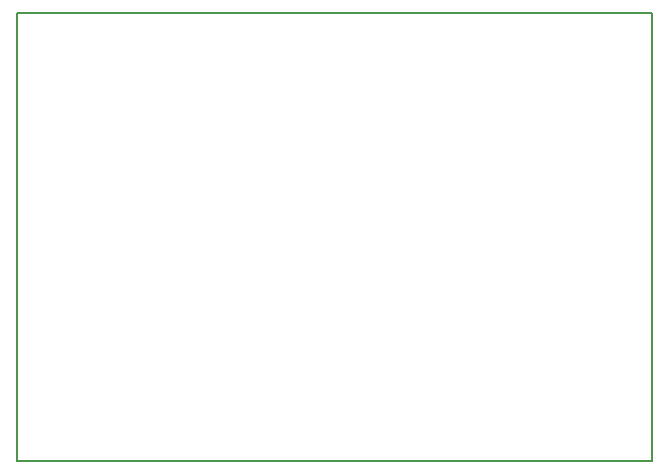
<source format=gbo>
G04 MADE WITH FRITZING*
G04 WWW.FRITZING.ORG*
G04 DOUBLE SIDED*
G04 HOLES PLATED*
G04 CONTOUR ON CENTER OF CONTOUR VECTOR*
%ASAXBY*%
%FSLAX23Y23*%
%MOIN*%
%OFA0B0*%
%SFA1.0B1.0*%
%ADD10R,2.122880X1.500710X2.106880X1.484710*%
%ADD11C,0.008000*%
%LNSILK0*%
G90*
G70*
G54D11*
X4Y1497D02*
X2119Y1497D01*
X2119Y4D01*
X4Y4D01*
X4Y1497D01*
D02*
G04 End of Silk0*
M02*
</source>
